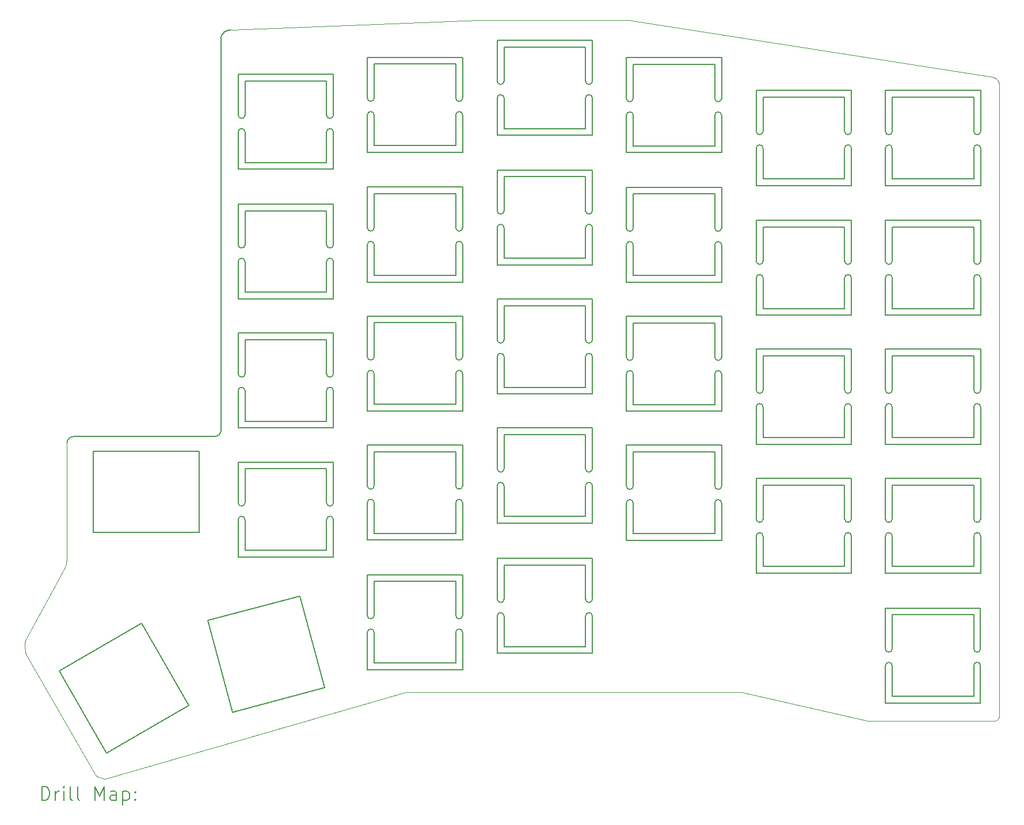
<source format=gbr>
%FSLAX45Y45*%
G04 Gerber Fmt 4.5, Leading zero omitted, Abs format (unit mm)*
G04 Created by KiCad (PCBNEW (6.0.2-0)) date 2022-03-06 15:41:22*
%MOMM*%
%LPD*%
G01*
G04 APERTURE LIST*
%TA.AperFunction,Profile*%
%ADD10C,0.150000*%
%TD*%
%TA.AperFunction,Profile*%
%ADD11C,0.100000*%
%TD*%
%ADD12C,0.200000*%
G04 APERTURE END LIST*
D10*
X22368600Y-12304900D02*
X22368600Y-12904900D01*
X22368600Y-13704900D02*
X20968600Y-13704900D01*
X22268600Y-12404900D02*
X22268600Y-12904900D01*
X20968600Y-12304900D02*
X22368600Y-12304900D01*
X22368600Y-13154900D02*
X22368600Y-13704900D01*
X21068600Y-13154900D02*
X21068600Y-13604900D01*
X21068600Y-13604900D02*
X22268600Y-13604900D01*
X22268600Y-13604900D02*
X22268600Y-13154900D01*
X21068600Y-13154900D02*
G75*
G03*
X20968600Y-13154900I-50000J0D01*
G01*
X20968600Y-12904900D02*
G75*
G03*
X21068600Y-12904900I50000J0D01*
G01*
X20968600Y-12904900D02*
X20968600Y-12304900D01*
X20968600Y-13704900D02*
X20968600Y-13154900D01*
X21068600Y-12404900D02*
X22268600Y-12404900D01*
X21068600Y-12904900D02*
X21068600Y-12404900D01*
X22268600Y-12904900D02*
G75*
G03*
X22368600Y-12904900I50000J0D01*
G01*
X22368600Y-13154900D02*
G75*
G03*
X22268600Y-13154900I-50000J0D01*
G01*
X16659500Y-11573500D02*
X16659500Y-12173500D01*
X16659500Y-12973500D02*
X15259500Y-12973500D01*
X16559500Y-11673500D02*
X16559500Y-12173500D01*
X15259500Y-11573500D02*
X16659500Y-11573500D01*
X16659500Y-12423500D02*
X16659500Y-12973500D01*
X15359500Y-12423500D02*
X15359500Y-12873500D01*
X15359500Y-12873500D02*
X16559500Y-12873500D01*
X16559500Y-12873500D02*
X16559500Y-12423500D01*
X15359500Y-12423500D02*
G75*
G03*
X15259500Y-12423500I-50000J0D01*
G01*
X15259500Y-12173500D02*
G75*
G03*
X15359500Y-12173500I50000J0D01*
G01*
X15259500Y-12173500D02*
X15259500Y-11573500D01*
X15259500Y-12973500D02*
X15259500Y-12423500D01*
X15359500Y-11673500D02*
X16559500Y-11673500D01*
X15359500Y-12173500D02*
X15359500Y-11673500D01*
X16559500Y-12173500D02*
G75*
G03*
X16659500Y-12173500I50000J0D01*
G01*
X16659500Y-12423500D02*
G75*
G03*
X16559500Y-12423500I-50000J0D01*
G01*
X14749500Y-11814500D02*
X14749500Y-12414500D01*
X14749500Y-13214500D02*
X13349500Y-13214500D01*
X14649500Y-11914500D02*
X14649500Y-12414500D01*
X13349500Y-11814500D02*
X14749500Y-11814500D01*
X14749500Y-12664500D02*
X14749500Y-13214500D01*
X13449500Y-12664500D02*
X13449500Y-13114500D01*
X13449500Y-13114500D02*
X14649500Y-13114500D01*
X14649500Y-13114500D02*
X14649500Y-12664500D01*
X13449500Y-12664500D02*
G75*
G03*
X13349500Y-12664500I-50000J0D01*
G01*
X13349500Y-12414500D02*
G75*
G03*
X13449500Y-12414500I50000J0D01*
G01*
X13349500Y-12414500D02*
X13349500Y-11814500D01*
X13349500Y-13214500D02*
X13349500Y-12664500D01*
X13449500Y-11914500D02*
X14649500Y-11914500D01*
X13449500Y-12414500D02*
X13449500Y-11914500D01*
X14649500Y-12414500D02*
G75*
G03*
X14749500Y-12414500I50000J0D01*
G01*
X14749500Y-12664500D02*
G75*
G03*
X14649500Y-12664500I-50000J0D01*
G01*
X13449500Y-11204500D02*
X14649500Y-11204500D01*
X14649500Y-11204500D02*
X14649500Y-10754500D01*
X13449500Y-10754500D02*
G75*
G03*
X13349500Y-10754500I-50000J0D01*
G01*
X13349500Y-10504500D02*
G75*
G03*
X13449500Y-10504500I50000J0D01*
G01*
X14749500Y-10754500D02*
X14749500Y-11304500D01*
X13449500Y-10004500D02*
X14649500Y-10004500D01*
X13449500Y-10504500D02*
X13449500Y-10004500D01*
X14749500Y-9904500D02*
X14749500Y-10504500D01*
X14749500Y-11304500D02*
X13349500Y-11304500D01*
X14649500Y-10004500D02*
X14649500Y-10504500D01*
X13349500Y-9904500D02*
X14749500Y-9904500D01*
X14649500Y-10504500D02*
G75*
G03*
X14749500Y-10504500I50000J0D01*
G01*
X14749500Y-10754500D02*
G75*
G03*
X14649500Y-10754500I-50000J0D01*
G01*
X13449500Y-10754500D02*
X13449500Y-11204500D01*
X15359500Y-10254500D02*
X15359500Y-9754500D01*
X12749500Y-10754500D02*
G75*
G03*
X12849500Y-10754500I50000J0D01*
G01*
X12849500Y-11004500D02*
G75*
G03*
X12749500Y-11004500I-50000J0D01*
G01*
X20969500Y-10394500D02*
X22369500Y-10394500D01*
X22269500Y-10994500D02*
G75*
G03*
X22369500Y-10994500I50000J0D01*
G01*
X22369500Y-11244500D02*
G75*
G03*
X22269500Y-11244500I-50000J0D01*
G01*
X21069500Y-11244500D02*
X21069500Y-11694500D01*
X21069500Y-11694500D02*
X22269500Y-11694500D01*
X22269500Y-11694500D02*
X22269500Y-11244500D01*
X21069500Y-11244500D02*
G75*
G03*
X20969500Y-11244500I-50000J0D01*
G01*
X20969500Y-10994500D02*
G75*
G03*
X21069500Y-10994500I50000J0D01*
G01*
X20969500Y-10994500D02*
X20969500Y-10394500D01*
X20969500Y-11794500D02*
X20969500Y-11244500D01*
X21069500Y-10494500D02*
X22269500Y-10494500D01*
X21069500Y-10994500D02*
X21069500Y-10494500D01*
X22369500Y-11794500D02*
X20969500Y-11794500D01*
X22269500Y-10494500D02*
X22269500Y-10994500D01*
X16559500Y-9754500D02*
X16559500Y-10254500D01*
X15259500Y-9654500D02*
X16659500Y-9654500D01*
X16659500Y-10504500D02*
X16659500Y-11054500D01*
X16659500Y-11054500D02*
X15259500Y-11054500D01*
X13349500Y-10504500D02*
X13349500Y-9904500D01*
X13349500Y-11304500D02*
X13349500Y-10754500D01*
X22369500Y-10394500D02*
X22369500Y-10994500D01*
X22369500Y-11244500D02*
X22369500Y-11794500D01*
X18559500Y-9908500D02*
X18559500Y-10508500D01*
X17159500Y-9908500D02*
X18559500Y-9908500D01*
X17259500Y-10508500D02*
X17259500Y-10008500D01*
X18559500Y-11308500D02*
X17159500Y-11308500D01*
X18459500Y-10008500D02*
X18459500Y-10508500D01*
X18459500Y-10508500D02*
G75*
G03*
X18559500Y-10508500I50000J0D01*
G01*
X18559500Y-10758500D02*
G75*
G03*
X18459500Y-10758500I-50000J0D01*
G01*
X17259500Y-10758500D02*
X17259500Y-11208500D01*
X17259500Y-11208500D02*
X18459500Y-11208500D01*
X18459500Y-11208500D02*
X18459500Y-10758500D01*
X18559500Y-10758500D02*
X18559500Y-11308500D01*
X17259500Y-10758500D02*
G75*
G03*
X17159500Y-10758500I-50000J0D01*
G01*
X17159500Y-10508500D02*
G75*
G03*
X17259500Y-10508500I50000J0D01*
G01*
X17159500Y-10508500D02*
X17159500Y-9908500D01*
X17159500Y-11308500D02*
X17159500Y-10758500D01*
X17259500Y-10008500D02*
X18459500Y-10008500D01*
X15359500Y-9754500D02*
X16559500Y-9754500D01*
X20469500Y-10394500D02*
X20469500Y-10994500D01*
X16559500Y-10254500D02*
G75*
G03*
X16659500Y-10254500I50000J0D01*
G01*
X16659500Y-10504500D02*
G75*
G03*
X16559500Y-10504500I-50000J0D01*
G01*
X15359500Y-10504500D02*
X15359500Y-10954500D01*
X15359500Y-10954500D02*
X16559500Y-10954500D01*
X16559500Y-10954500D02*
X16559500Y-10504500D01*
X15359500Y-10504500D02*
G75*
G03*
X15259500Y-10504500I-50000J0D01*
G01*
X15259500Y-10254500D02*
G75*
G03*
X15359500Y-10254500I50000J0D01*
G01*
X15259500Y-10254500D02*
X15259500Y-9654500D01*
X15259500Y-11054500D02*
X15259500Y-10504500D01*
X19069500Y-10394500D02*
X20469500Y-10394500D01*
X20469500Y-11244500D02*
X20469500Y-11794500D01*
X16659500Y-9654500D02*
X16659500Y-10254500D01*
X11549500Y-11004500D02*
X11549500Y-11454500D01*
X20369500Y-10994500D02*
G75*
G03*
X20469500Y-10994500I50000J0D01*
G01*
X20469500Y-11244500D02*
G75*
G03*
X20369500Y-11244500I-50000J0D01*
G01*
X19169500Y-11244500D02*
X19169500Y-11694500D01*
X19169500Y-11694500D02*
X20369500Y-11694500D01*
X20369500Y-11694500D02*
X20369500Y-11244500D01*
X19169500Y-11244500D02*
G75*
G03*
X19069500Y-11244500I-50000J0D01*
G01*
X19069500Y-10994500D02*
G75*
G03*
X19169500Y-10994500I50000J0D01*
G01*
X19069500Y-10994500D02*
X19069500Y-10394500D01*
X19069500Y-11794500D02*
X19069500Y-11244500D01*
X19169500Y-10494500D02*
X20369500Y-10494500D01*
X19169500Y-10994500D02*
X19169500Y-10494500D01*
X20469500Y-11794500D02*
X19069500Y-11794500D01*
X20369500Y-10494500D02*
X20369500Y-10994500D01*
X11549500Y-11454500D02*
X12749500Y-11454500D01*
X12749500Y-11454500D02*
X12749500Y-11004500D01*
X11549500Y-11004500D02*
G75*
G03*
X11449500Y-11004500I-50000J0D01*
G01*
X11449500Y-10754500D02*
G75*
G03*
X11549500Y-10754500I50000J0D01*
G01*
X11449500Y-10754500D02*
X11449500Y-10154500D01*
X11449500Y-11554500D02*
X11449500Y-11004500D01*
X11549500Y-10254500D02*
X12749500Y-10254500D01*
X11549500Y-10754500D02*
X11549500Y-10254500D01*
X12849500Y-11554500D02*
X11449500Y-11554500D01*
X12749500Y-10254500D02*
X12749500Y-10754500D01*
X11449500Y-10154500D02*
X12849500Y-10154500D01*
X12849500Y-11004500D02*
X12849500Y-11554500D01*
X12849500Y-10154500D02*
X12849500Y-10754500D01*
X13449500Y-9304500D02*
X14649500Y-9304500D01*
X14649500Y-9304500D02*
X14649500Y-8854500D01*
X13449500Y-8854500D02*
G75*
G03*
X13349500Y-8854500I-50000J0D01*
G01*
X13349500Y-8604500D02*
G75*
G03*
X13449500Y-8604500I50000J0D01*
G01*
X14749500Y-8854500D02*
X14749500Y-9404500D01*
X13449500Y-8104500D02*
X14649500Y-8104500D01*
X13449500Y-8604500D02*
X13449500Y-8104500D01*
X14749500Y-8004500D02*
X14749500Y-8604500D01*
X14749500Y-9404500D02*
X13349500Y-9404500D01*
X14649500Y-8104500D02*
X14649500Y-8604500D01*
X13349500Y-8004500D02*
X14749500Y-8004500D01*
X14649500Y-8604500D02*
G75*
G03*
X14749500Y-8604500I50000J0D01*
G01*
X14749500Y-8854500D02*
G75*
G03*
X14649500Y-8854500I-50000J0D01*
G01*
X13449500Y-8854500D02*
X13449500Y-9304500D01*
X15359500Y-8354500D02*
X15359500Y-7854500D01*
X12749500Y-8854500D02*
G75*
G03*
X12849500Y-8854500I50000J0D01*
G01*
X12849500Y-9104500D02*
G75*
G03*
X12749500Y-9104500I-50000J0D01*
G01*
X20969500Y-8494500D02*
X22369500Y-8494500D01*
X22269500Y-9094500D02*
G75*
G03*
X22369500Y-9094500I50000J0D01*
G01*
X22369500Y-9344500D02*
G75*
G03*
X22269500Y-9344500I-50000J0D01*
G01*
X21069500Y-9344500D02*
X21069500Y-9794500D01*
X21069500Y-9794500D02*
X22269500Y-9794500D01*
X22269500Y-9794500D02*
X22269500Y-9344500D01*
X21069500Y-9344500D02*
G75*
G03*
X20969500Y-9344500I-50000J0D01*
G01*
X20969500Y-9094500D02*
G75*
G03*
X21069500Y-9094500I50000J0D01*
G01*
X20969500Y-9094500D02*
X20969500Y-8494500D01*
X20969500Y-9894500D02*
X20969500Y-9344500D01*
X21069500Y-8594500D02*
X22269500Y-8594500D01*
X21069500Y-9094500D02*
X21069500Y-8594500D01*
X22369500Y-9894500D02*
X20969500Y-9894500D01*
X22269500Y-8594500D02*
X22269500Y-9094500D01*
X16559500Y-7854500D02*
X16559500Y-8354500D01*
X15259500Y-7754500D02*
X16659500Y-7754500D01*
X16659500Y-8604500D02*
X16659500Y-9154500D01*
X16659500Y-9154500D02*
X15259500Y-9154500D01*
X13349500Y-8604500D02*
X13349500Y-8004500D01*
X13349500Y-9404500D02*
X13349500Y-8854500D01*
X22369500Y-8494500D02*
X22369500Y-9094500D01*
X22369500Y-9344500D02*
X22369500Y-9894500D01*
X18559500Y-8008500D02*
X18559500Y-8608500D01*
X17159500Y-8008500D02*
X18559500Y-8008500D01*
X17259500Y-8608500D02*
X17259500Y-8108500D01*
X18559500Y-9408500D02*
X17159500Y-9408500D01*
X18459500Y-8108500D02*
X18459500Y-8608500D01*
X18459500Y-8608500D02*
G75*
G03*
X18559500Y-8608500I50000J0D01*
G01*
X18559500Y-8858500D02*
G75*
G03*
X18459500Y-8858500I-50000J0D01*
G01*
X17259500Y-8858500D02*
X17259500Y-9308500D01*
X17259500Y-9308500D02*
X18459500Y-9308500D01*
X18459500Y-9308500D02*
X18459500Y-8858500D01*
X18559500Y-8858500D02*
X18559500Y-9408500D01*
X17259500Y-8858500D02*
G75*
G03*
X17159500Y-8858500I-50000J0D01*
G01*
X17159500Y-8608500D02*
G75*
G03*
X17259500Y-8608500I50000J0D01*
G01*
X17159500Y-8608500D02*
X17159500Y-8008500D01*
X17159500Y-9408500D02*
X17159500Y-8858500D01*
X17259500Y-8108500D02*
X18459500Y-8108500D01*
X15359500Y-7854500D02*
X16559500Y-7854500D01*
X20469500Y-8494500D02*
X20469500Y-9094500D01*
X16559500Y-8354500D02*
G75*
G03*
X16659500Y-8354500I50000J0D01*
G01*
X16659500Y-8604500D02*
G75*
G03*
X16559500Y-8604500I-50000J0D01*
G01*
X15359500Y-8604500D02*
X15359500Y-9054500D01*
X15359500Y-9054500D02*
X16559500Y-9054500D01*
X16559500Y-9054500D02*
X16559500Y-8604500D01*
X15359500Y-8604500D02*
G75*
G03*
X15259500Y-8604500I-50000J0D01*
G01*
X15259500Y-8354500D02*
G75*
G03*
X15359500Y-8354500I50000J0D01*
G01*
X15259500Y-8354500D02*
X15259500Y-7754500D01*
X15259500Y-9154500D02*
X15259500Y-8604500D01*
X19069500Y-8494500D02*
X20469500Y-8494500D01*
X20469500Y-9344500D02*
X20469500Y-9894500D01*
X16659500Y-7754500D02*
X16659500Y-8354500D01*
X11549500Y-9104500D02*
X11549500Y-9554500D01*
X20369500Y-9094500D02*
G75*
G03*
X20469500Y-9094500I50000J0D01*
G01*
X20469500Y-9344500D02*
G75*
G03*
X20369500Y-9344500I-50000J0D01*
G01*
X19169500Y-9344500D02*
X19169500Y-9794500D01*
X19169500Y-9794500D02*
X20369500Y-9794500D01*
X20369500Y-9794500D02*
X20369500Y-9344500D01*
X19169500Y-9344500D02*
G75*
G03*
X19069500Y-9344500I-50000J0D01*
G01*
X19069500Y-9094500D02*
G75*
G03*
X19169500Y-9094500I50000J0D01*
G01*
X19069500Y-9094500D02*
X19069500Y-8494500D01*
X19069500Y-9894500D02*
X19069500Y-9344500D01*
X19169500Y-8594500D02*
X20369500Y-8594500D01*
X19169500Y-9094500D02*
X19169500Y-8594500D01*
X20469500Y-9894500D02*
X19069500Y-9894500D01*
X20369500Y-8594500D02*
X20369500Y-9094500D01*
X11549500Y-9554500D02*
X12749500Y-9554500D01*
X12749500Y-9554500D02*
X12749500Y-9104500D01*
X11549500Y-9104500D02*
G75*
G03*
X11449500Y-9104500I-50000J0D01*
G01*
X11449500Y-8854500D02*
G75*
G03*
X11549500Y-8854500I50000J0D01*
G01*
X11449500Y-8854500D02*
X11449500Y-8254500D01*
X11449500Y-9654500D02*
X11449500Y-9104500D01*
X11549500Y-8354500D02*
X12749500Y-8354500D01*
X11549500Y-8854500D02*
X11549500Y-8354500D01*
X12849500Y-9654500D02*
X11449500Y-9654500D01*
X12749500Y-8354500D02*
X12749500Y-8854500D01*
X11449500Y-8254500D02*
X12849500Y-8254500D01*
X12849500Y-9104500D02*
X12849500Y-9654500D01*
X12849500Y-8254500D02*
X12849500Y-8854500D01*
X13449500Y-7404500D02*
X14649500Y-7404500D01*
X14649500Y-7404500D02*
X14649500Y-6954500D01*
X13449500Y-6954500D02*
G75*
G03*
X13349500Y-6954500I-50000J0D01*
G01*
X13349500Y-6704500D02*
G75*
G03*
X13449500Y-6704500I50000J0D01*
G01*
X14749500Y-6954500D02*
X14749500Y-7504500D01*
X13449500Y-6204500D02*
X14649500Y-6204500D01*
X13449500Y-6704500D02*
X13449500Y-6204500D01*
X14749500Y-6104500D02*
X14749500Y-6704500D01*
X14749500Y-7504500D02*
X13349500Y-7504500D01*
X14649500Y-6204500D02*
X14649500Y-6704500D01*
X13349500Y-6104500D02*
X14749500Y-6104500D01*
X14649500Y-6704500D02*
G75*
G03*
X14749500Y-6704500I50000J0D01*
G01*
X14749500Y-6954500D02*
G75*
G03*
X14649500Y-6954500I-50000J0D01*
G01*
X13449500Y-6954500D02*
X13449500Y-7404500D01*
X15359500Y-6454500D02*
X15359500Y-5954500D01*
X12749500Y-6954500D02*
G75*
G03*
X12849500Y-6954500I50000J0D01*
G01*
X12849500Y-7204500D02*
G75*
G03*
X12749500Y-7204500I-50000J0D01*
G01*
X20969500Y-6594500D02*
X22369500Y-6594500D01*
X22269500Y-7194500D02*
G75*
G03*
X22369500Y-7194500I50000J0D01*
G01*
X22369500Y-7444500D02*
G75*
G03*
X22269500Y-7444500I-50000J0D01*
G01*
X21069500Y-7444500D02*
X21069500Y-7894500D01*
X21069500Y-7894500D02*
X22269500Y-7894500D01*
X22269500Y-7894500D02*
X22269500Y-7444500D01*
X21069500Y-7444500D02*
G75*
G03*
X20969500Y-7444500I-50000J0D01*
G01*
X20969500Y-7194500D02*
G75*
G03*
X21069500Y-7194500I50000J0D01*
G01*
X20969500Y-7194500D02*
X20969500Y-6594500D01*
X20969500Y-7994500D02*
X20969500Y-7444500D01*
X21069500Y-6694500D02*
X22269500Y-6694500D01*
X21069500Y-7194500D02*
X21069500Y-6694500D01*
X22369500Y-7994500D02*
X20969500Y-7994500D01*
X22269500Y-6694500D02*
X22269500Y-7194500D01*
X16559500Y-5954500D02*
X16559500Y-6454500D01*
X15259500Y-5854500D02*
X16659500Y-5854500D01*
X16659500Y-6704500D02*
X16659500Y-7254500D01*
X16659500Y-7254500D02*
X15259500Y-7254500D01*
X13349500Y-6704500D02*
X13349500Y-6104500D01*
X13349500Y-7504500D02*
X13349500Y-6954500D01*
X22369500Y-6594500D02*
X22369500Y-7194500D01*
X22369500Y-7444500D02*
X22369500Y-7994500D01*
X18559500Y-6108500D02*
X18559500Y-6708500D01*
X17159500Y-6108500D02*
X18559500Y-6108500D01*
X17259500Y-6708500D02*
X17259500Y-6208500D01*
X18559500Y-7508500D02*
X17159500Y-7508500D01*
X18459500Y-6208500D02*
X18459500Y-6708500D01*
X18459500Y-6708500D02*
G75*
G03*
X18559500Y-6708500I50000J0D01*
G01*
X18559500Y-6958500D02*
G75*
G03*
X18459500Y-6958500I-50000J0D01*
G01*
X17259500Y-6958500D02*
X17259500Y-7408500D01*
X17259500Y-7408500D02*
X18459500Y-7408500D01*
X18459500Y-7408500D02*
X18459500Y-6958500D01*
X18559500Y-6958500D02*
X18559500Y-7508500D01*
X17259500Y-6958500D02*
G75*
G03*
X17159500Y-6958500I-50000J0D01*
G01*
X17159500Y-6708500D02*
G75*
G03*
X17259500Y-6708500I50000J0D01*
G01*
X17159500Y-6708500D02*
X17159500Y-6108500D01*
X17159500Y-7508500D02*
X17159500Y-6958500D01*
X17259500Y-6208500D02*
X18459500Y-6208500D01*
X15359500Y-5954500D02*
X16559500Y-5954500D01*
X20469500Y-6594500D02*
X20469500Y-7194500D01*
X16559500Y-6454500D02*
G75*
G03*
X16659500Y-6454500I50000J0D01*
G01*
X16659500Y-6704500D02*
G75*
G03*
X16559500Y-6704500I-50000J0D01*
G01*
X15359500Y-6704500D02*
X15359500Y-7154500D01*
X15359500Y-7154500D02*
X16559500Y-7154500D01*
X16559500Y-7154500D02*
X16559500Y-6704500D01*
X15359500Y-6704500D02*
G75*
G03*
X15259500Y-6704500I-50000J0D01*
G01*
X15259500Y-6454500D02*
G75*
G03*
X15359500Y-6454500I50000J0D01*
G01*
X15259500Y-6454500D02*
X15259500Y-5854500D01*
X15259500Y-7254500D02*
X15259500Y-6704500D01*
X19069500Y-6594500D02*
X20469500Y-6594500D01*
X20469500Y-7444500D02*
X20469500Y-7994500D01*
X16659500Y-5854500D02*
X16659500Y-6454500D01*
X11549500Y-7204500D02*
X11549500Y-7654500D01*
X20369500Y-7194500D02*
G75*
G03*
X20469500Y-7194500I50000J0D01*
G01*
X20469500Y-7444500D02*
G75*
G03*
X20369500Y-7444500I-50000J0D01*
G01*
X19169500Y-7444500D02*
X19169500Y-7894500D01*
X19169500Y-7894500D02*
X20369500Y-7894500D01*
X20369500Y-7894500D02*
X20369500Y-7444500D01*
X19169500Y-7444500D02*
G75*
G03*
X19069500Y-7444500I-50000J0D01*
G01*
X19069500Y-7194500D02*
G75*
G03*
X19169500Y-7194500I50000J0D01*
G01*
X19069500Y-7194500D02*
X19069500Y-6594500D01*
X19069500Y-7994500D02*
X19069500Y-7444500D01*
X19169500Y-6694500D02*
X20369500Y-6694500D01*
X19169500Y-7194500D02*
X19169500Y-6694500D01*
X20469500Y-7994500D02*
X19069500Y-7994500D01*
X20369500Y-6694500D02*
X20369500Y-7194500D01*
X11549500Y-7654500D02*
X12749500Y-7654500D01*
X12749500Y-7654500D02*
X12749500Y-7204500D01*
X11549500Y-7204500D02*
G75*
G03*
X11449500Y-7204500I-50000J0D01*
G01*
X11449500Y-6954500D02*
G75*
G03*
X11549500Y-6954500I50000J0D01*
G01*
X11449500Y-6954500D02*
X11449500Y-6354500D01*
X11449500Y-7754500D02*
X11449500Y-7204500D01*
X11549500Y-6454500D02*
X12749500Y-6454500D01*
X11549500Y-6954500D02*
X11549500Y-6454500D01*
X12849500Y-7754500D02*
X11449500Y-7754500D01*
X12749500Y-6454500D02*
X12749500Y-6954500D01*
X11449500Y-6354500D02*
X12849500Y-6354500D01*
X12849500Y-7204500D02*
X12849500Y-7754500D01*
X12849500Y-6354500D02*
X12849500Y-6954500D01*
X22269500Y-5284500D02*
G75*
G03*
X22369500Y-5284500I50000J0D01*
G01*
X22369500Y-5534500D02*
G75*
G03*
X22269500Y-5534500I-50000J0D01*
G01*
X21069500Y-5534500D02*
X21069500Y-5984500D01*
X21069500Y-5984500D02*
X22269500Y-5984500D01*
X22269500Y-5984500D02*
X22269500Y-5534500D01*
X21069500Y-5534500D02*
G75*
G03*
X20969500Y-5534500I-50000J0D01*
G01*
X20969500Y-5284500D02*
G75*
G03*
X21069500Y-5284500I50000J0D01*
G01*
X20969500Y-5284500D02*
X20969500Y-4684500D01*
X20969500Y-6084500D02*
X20969500Y-5534500D01*
X21069500Y-4784500D02*
X22269500Y-4784500D01*
X21069500Y-5284500D02*
X21069500Y-4784500D01*
X22369500Y-6084500D02*
X20969500Y-6084500D01*
X22269500Y-4784500D02*
X22269500Y-5284500D01*
X20969500Y-4684500D02*
X22369500Y-4684500D01*
X22369500Y-5534500D02*
X22369500Y-6084500D01*
X22369500Y-4684500D02*
X22369500Y-5284500D01*
X20369500Y-5284500D02*
G75*
G03*
X20469500Y-5284500I50000J0D01*
G01*
X20469500Y-5534500D02*
G75*
G03*
X20369500Y-5534500I-50000J0D01*
G01*
X19169500Y-5534500D02*
X19169500Y-5984500D01*
X19169500Y-5984500D02*
X20369500Y-5984500D01*
X20369500Y-5984500D02*
X20369500Y-5534500D01*
X19169500Y-5534500D02*
G75*
G03*
X19069500Y-5534500I-50000J0D01*
G01*
X19069500Y-5284500D02*
G75*
G03*
X19169500Y-5284500I50000J0D01*
G01*
X19069500Y-5284500D02*
X19069500Y-4684500D01*
X19069500Y-6084500D02*
X19069500Y-5534500D01*
X19169500Y-4784500D02*
X20369500Y-4784500D01*
X19169500Y-5284500D02*
X19169500Y-4784500D01*
X20469500Y-6084500D02*
X19069500Y-6084500D01*
X20369500Y-4784500D02*
X20369500Y-5284500D01*
X19069500Y-4684500D02*
X20469500Y-4684500D01*
X20469500Y-5534500D02*
X20469500Y-6084500D01*
X20469500Y-4684500D02*
X20469500Y-5284500D01*
X18459500Y-4798500D02*
G75*
G03*
X18559500Y-4798500I50000J0D01*
G01*
X18559500Y-5048500D02*
G75*
G03*
X18459500Y-5048500I-50000J0D01*
G01*
X17259500Y-5048500D02*
X17259500Y-5498500D01*
X17259500Y-5498500D02*
X18459500Y-5498500D01*
X18459500Y-5498500D02*
X18459500Y-5048500D01*
X17259500Y-5048500D02*
G75*
G03*
X17159500Y-5048500I-50000J0D01*
G01*
X17159500Y-4798500D02*
G75*
G03*
X17259500Y-4798500I50000J0D01*
G01*
X17159500Y-4798500D02*
X17159500Y-4198500D01*
X17159500Y-5598500D02*
X17159500Y-5048500D01*
X17259500Y-4298500D02*
X18459500Y-4298500D01*
X17259500Y-4798500D02*
X17259500Y-4298500D01*
X18559500Y-5598500D02*
X17159500Y-5598500D01*
X18459500Y-4298500D02*
X18459500Y-4798500D01*
X17159500Y-4198500D02*
X18559500Y-4198500D01*
X18559500Y-5048500D02*
X18559500Y-5598500D01*
X18559500Y-4198500D02*
X18559500Y-4798500D01*
X16559500Y-4544500D02*
G75*
G03*
X16659500Y-4544500I50000J0D01*
G01*
X16659500Y-4794500D02*
G75*
G03*
X16559500Y-4794500I-50000J0D01*
G01*
X15359500Y-4794500D02*
X15359500Y-5244500D01*
X15359500Y-5244500D02*
X16559500Y-5244500D01*
X16559500Y-5244500D02*
X16559500Y-4794500D01*
X15359500Y-4794500D02*
G75*
G03*
X15259500Y-4794500I-50000J0D01*
G01*
X15259500Y-4544500D02*
G75*
G03*
X15359500Y-4544500I50000J0D01*
G01*
X15259500Y-4544500D02*
X15259500Y-3944500D01*
X15259500Y-5344500D02*
X15259500Y-4794500D01*
X15359500Y-4044500D02*
X16559500Y-4044500D01*
X15359500Y-4544500D02*
X15359500Y-4044500D01*
X16659500Y-5344500D02*
X15259500Y-5344500D01*
X16559500Y-4044500D02*
X16559500Y-4544500D01*
X15259500Y-3944500D02*
X16659500Y-3944500D01*
X16659500Y-4794500D02*
X16659500Y-5344500D01*
X16659500Y-3944500D02*
X16659500Y-4544500D01*
X14649500Y-4794500D02*
G75*
G03*
X14749500Y-4794500I50000J0D01*
G01*
X14749500Y-5044500D02*
G75*
G03*
X14649500Y-5044500I-50000J0D01*
G01*
X13449500Y-5044500D02*
X13449500Y-5494500D01*
X13449500Y-5494500D02*
X14649500Y-5494500D01*
X14649500Y-5494500D02*
X14649500Y-5044500D01*
X13449500Y-5044500D02*
G75*
G03*
X13349500Y-5044500I-50000J0D01*
G01*
X13349500Y-4794500D02*
G75*
G03*
X13449500Y-4794500I50000J0D01*
G01*
X13349500Y-4794500D02*
X13349500Y-4194500D01*
X13349500Y-5594500D02*
X13349500Y-5044500D01*
X13449500Y-4294500D02*
X14649500Y-4294500D01*
X13449500Y-4794500D02*
X13449500Y-4294500D01*
X14749500Y-5594500D02*
X13349500Y-5594500D01*
X14649500Y-4294500D02*
X14649500Y-4794500D01*
X13349500Y-4194500D02*
X14749500Y-4194500D01*
X14749500Y-5044500D02*
X14749500Y-5594500D01*
X14749500Y-4194500D02*
X14749500Y-4794500D01*
X10726718Y-13740718D02*
X9514282Y-14440718D01*
X10026718Y-12528282D02*
X10726718Y-13740718D01*
X9514282Y-14440718D02*
X8814282Y-13228282D01*
X8814282Y-13228282D02*
X10026718Y-12528282D01*
X10879500Y-11194500D02*
X10879500Y-10594500D01*
D11*
X22627888Y-4544281D02*
X22636528Y-4562367D01*
X9354500Y-14764500D02*
X8329500Y-12984500D01*
X17194500Y-3644500D02*
X22547044Y-4489015D01*
X8927026Y-11584500D02*
X8919500Y-11649500D01*
X9434500Y-14809500D02*
X9489500Y-14819500D01*
X8314500Y-12934500D02*
X8309500Y-12874500D01*
X9389500Y-14794500D02*
X9434500Y-14809500D01*
X22567211Y-4494178D02*
X22585687Y-4502647D01*
X8919500Y-11649500D02*
X8899500Y-11709500D01*
X8309500Y-12874500D02*
X8309500Y-12834500D01*
X9354500Y-14764500D02*
X9389500Y-14794500D01*
X22547044Y-4489015D02*
X22567211Y-4494178D01*
X22641938Y-4581957D02*
X22643818Y-4602690D01*
X8319500Y-12784500D02*
X8899500Y-11709500D01*
X22636528Y-4562367D02*
X22641938Y-4581957D01*
X14999500Y-3644500D02*
X11339500Y-3790000D01*
X13914913Y-13544500D02*
X18849500Y-13544500D01*
X8329500Y-12984500D02*
X8314500Y-12934500D01*
X8309500Y-12834500D02*
X8319500Y-12784500D01*
X13914913Y-13544500D02*
X9489500Y-14819500D01*
X22602162Y-4514060D02*
X22616332Y-4528058D01*
X14999500Y-3644500D02*
X17194500Y-3644500D01*
X22616332Y-4528058D02*
X22627888Y-4544281D01*
X8927026Y-11584500D02*
X8930000Y-9880000D01*
X22585687Y-4502647D02*
X22602162Y-4514060D01*
X22586574Y-13970482D02*
X20710530Y-13970482D01*
X22586574Y-13970482D02*
G75*
G03*
X22643980Y-13913597I508J56896D01*
G01*
X22643818Y-4602690D02*
X22643980Y-13913597D01*
X20710530Y-13970482D02*
X18849500Y-13544500D01*
D10*
X11002179Y-12489525D02*
X12354475Y-12127179D01*
X12716821Y-13479475D02*
X11364525Y-13841821D01*
X11269500Y-3810000D02*
X11299500Y-3800000D01*
X12849500Y-5294500D02*
G75*
G03*
X12749500Y-5294500I-50000J0D01*
G01*
X12749500Y-5044500D02*
G75*
G03*
X12849500Y-5044500I50000J0D01*
G01*
X9030000Y-9780000D02*
X11099500Y-9780000D01*
X11209500Y-3870000D02*
X11229500Y-3840000D01*
X11449500Y-4444500D02*
X12849500Y-4444500D01*
X11199500Y-3904500D02*
X11209500Y-3870000D01*
X10879500Y-10594500D02*
X10879500Y-9994500D01*
X9319500Y-11194500D02*
X10879500Y-11194500D01*
X11299500Y-3800000D02*
X11339500Y-3790000D01*
X12749500Y-4544500D02*
X12749500Y-5044500D01*
X9030000Y-9780000D02*
G75*
G03*
X8930000Y-9880000I0J-100000D01*
G01*
X11099500Y-9780000D02*
G75*
G03*
X11199500Y-9680000I0J100000D01*
G01*
X12849500Y-5844500D02*
X11449500Y-5844500D01*
X11549500Y-5044500D02*
X11549500Y-4544500D01*
X9319500Y-9994500D02*
X9319500Y-11194500D01*
X11549500Y-4544500D02*
X12749500Y-4544500D01*
X11449500Y-5844500D02*
X11449500Y-5294500D01*
X11449500Y-5044500D02*
X11449500Y-4444500D01*
X11449500Y-5044500D02*
G75*
G03*
X11549500Y-5044500I50000J0D01*
G01*
X11549500Y-5294500D02*
G75*
G03*
X11449500Y-5294500I-50000J0D01*
G01*
X12749500Y-5744500D02*
X12749500Y-5294500D01*
X11364525Y-13841821D02*
X11002179Y-12489525D01*
X11549500Y-5294500D02*
X11549500Y-5744500D01*
X12849500Y-4444500D02*
X12849500Y-5044500D01*
X12849500Y-5294500D02*
X12849500Y-5844500D01*
X11229500Y-3840000D02*
X11249500Y-3820000D01*
X10879500Y-9994500D02*
X9319500Y-9994500D01*
X11199500Y-9680000D02*
X11199500Y-3904500D01*
X12354475Y-12127179D02*
X12716821Y-13479475D01*
X11249500Y-3820000D02*
X11269500Y-3810000D01*
X11549500Y-5744500D02*
X12749500Y-5744500D01*
D12*
X8562119Y-15134976D02*
X8562119Y-14934976D01*
X8609738Y-14934976D01*
X8638310Y-14944500D01*
X8657357Y-14963548D01*
X8666881Y-14982595D01*
X8676405Y-15020690D01*
X8676405Y-15049262D01*
X8666881Y-15087357D01*
X8657357Y-15106405D01*
X8638310Y-15125452D01*
X8609738Y-15134976D01*
X8562119Y-15134976D01*
X8762119Y-15134976D02*
X8762119Y-15001643D01*
X8762119Y-15039738D02*
X8771643Y-15020690D01*
X8781167Y-15011167D01*
X8800214Y-15001643D01*
X8819262Y-15001643D01*
X8885929Y-15134976D02*
X8885929Y-15001643D01*
X8885929Y-14934976D02*
X8876405Y-14944500D01*
X8885929Y-14954024D01*
X8895452Y-14944500D01*
X8885929Y-14934976D01*
X8885929Y-14954024D01*
X9009738Y-15134976D02*
X8990690Y-15125452D01*
X8981167Y-15106405D01*
X8981167Y-14934976D01*
X9114500Y-15134976D02*
X9095452Y-15125452D01*
X9085929Y-15106405D01*
X9085929Y-14934976D01*
X9343071Y-15134976D02*
X9343071Y-14934976D01*
X9409738Y-15077833D01*
X9476405Y-14934976D01*
X9476405Y-15134976D01*
X9657357Y-15134976D02*
X9657357Y-15030214D01*
X9647833Y-15011167D01*
X9628786Y-15001643D01*
X9590690Y-15001643D01*
X9571643Y-15011167D01*
X9657357Y-15125452D02*
X9638310Y-15134976D01*
X9590690Y-15134976D01*
X9571643Y-15125452D01*
X9562119Y-15106405D01*
X9562119Y-15087357D01*
X9571643Y-15068309D01*
X9590690Y-15058786D01*
X9638310Y-15058786D01*
X9657357Y-15049262D01*
X9752595Y-15001643D02*
X9752595Y-15201643D01*
X9752595Y-15011167D02*
X9771643Y-15001643D01*
X9809738Y-15001643D01*
X9828786Y-15011167D01*
X9838310Y-15020690D01*
X9847833Y-15039738D01*
X9847833Y-15096881D01*
X9838310Y-15115928D01*
X9828786Y-15125452D01*
X9809738Y-15134976D01*
X9771643Y-15134976D01*
X9752595Y-15125452D01*
X9933548Y-15115928D02*
X9943071Y-15125452D01*
X9933548Y-15134976D01*
X9924024Y-15125452D01*
X9933548Y-15115928D01*
X9933548Y-15134976D01*
X9933548Y-15011167D02*
X9943071Y-15020690D01*
X9933548Y-15030214D01*
X9924024Y-15020690D01*
X9933548Y-15011167D01*
X9933548Y-15030214D01*
M02*

</source>
